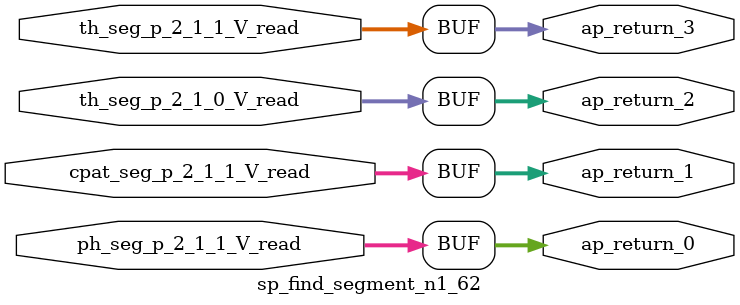
<source format=v>
module sp_find_segment_n1_62 (
        ph_seg_p_2_1_1_V_read,
        th_seg_p_2_1_0_V_read,
        th_seg_p_2_1_1_V_read,
        cpat_seg_p_2_1_1_V_read,
        ap_return_0,
        ap_return_1,
        ap_return_2,
        ap_return_3
);
input  [11:0] ph_seg_p_2_1_1_V_read;
input  [6:0] th_seg_p_2_1_0_V_read;
input  [6:0] th_seg_p_2_1_1_V_read;
input  [3:0] cpat_seg_p_2_1_1_V_read;
output  [11:0] ap_return_0;
output  [3:0] ap_return_1;
output  [6:0] ap_return_2;
output  [6:0] ap_return_3;
assign ap_return_0 = ph_seg_p_2_1_1_V_read;
assign ap_return_1 = cpat_seg_p_2_1_1_V_read;
assign ap_return_2 = th_seg_p_2_1_0_V_read;
assign ap_return_3 = th_seg_p_2_1_1_V_read;
endmodule
</source>
